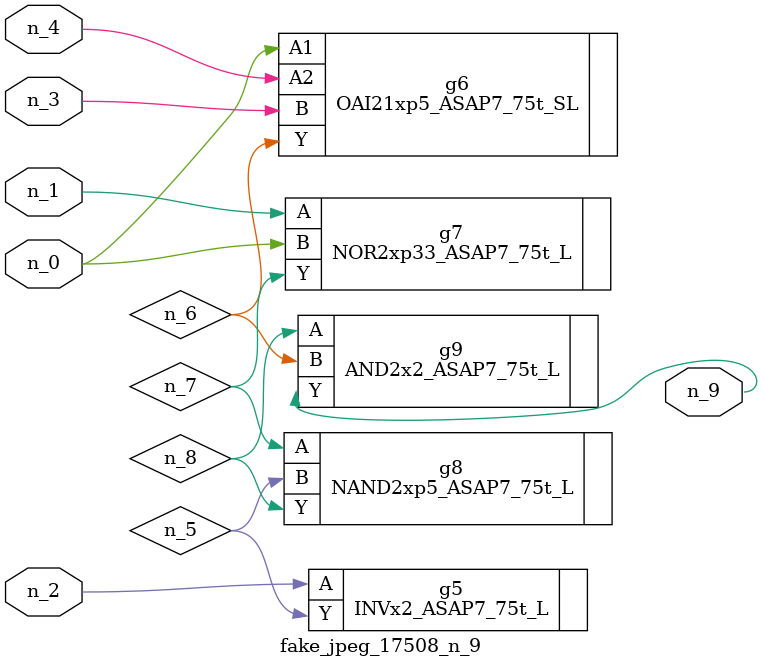
<source format=v>
module fake_jpeg_17508_n_9 (n_3, n_2, n_1, n_0, n_4, n_9);

input n_3;
input n_2;
input n_1;
input n_0;
input n_4;

output n_9;

wire n_8;
wire n_6;
wire n_5;
wire n_7;

INVx2_ASAP7_75t_L g5 ( 
.A(n_2),
.Y(n_5)
);

OAI21xp5_ASAP7_75t_SL g6 ( 
.A1(n_0),
.A2(n_4),
.B(n_3),
.Y(n_6)
);

NOR2xp33_ASAP7_75t_L g7 ( 
.A(n_1),
.B(n_0),
.Y(n_7)
);

NAND2xp5_ASAP7_75t_L g8 ( 
.A(n_7),
.B(n_5),
.Y(n_8)
);

AND2x2_ASAP7_75t_L g9 ( 
.A(n_8),
.B(n_6),
.Y(n_9)
);


endmodule
</source>
